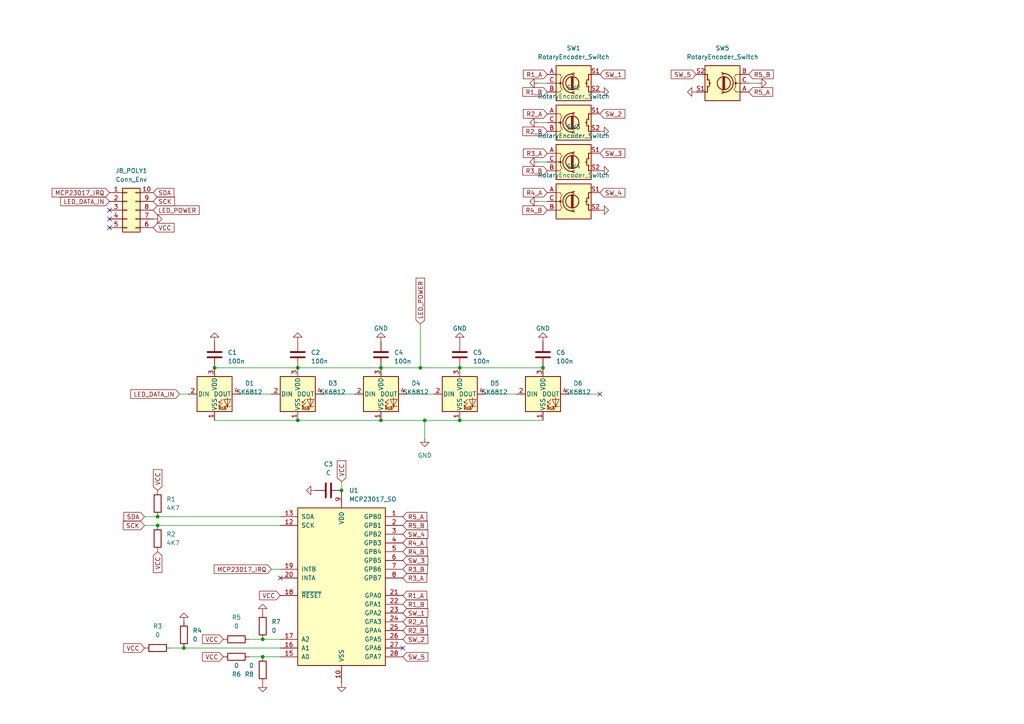
<source format=kicad_sch>
(kicad_sch (version 20230121) (generator eeschema)
  (paper "A4")
  (lib_symbols
    (symbol "Audio_chip:C" (pin_numbers hide) (pin_names (offset 0.254))
      (property "Reference" "C" (at 0.635 2.54 0))
      (property "Value" "C" (at 0.635 -2.54 0))
      (symbol "C_0_1"
        (polyline (pts (xy -2.032 -0.762) (xy 2.032 -0.762)) (stroke (width 0.508)))
        (polyline (pts (xy -2.032 0.762) (xy 2.032 0.762)) (stroke (width 0.508)))
      )
      (symbol "C_1_1"
        (pin passive line (at 0 3.81 270) (length 2.794) (name "~") (number "1"))
        (pin passive line (at 0 -3.81 90) (length 2.794) (name "~") (number "2"))
      )
    )
    (symbol "Connector_Generic:Conn_02x05_Counter_Clockwise" (pin_names (offset 1.016) hide)
      (property "Reference" "J" (at 1.27 7.62 0))
      (property "Value" "Conn_02x05_Counter_Clockwise" (at 1.27 -7.62 0))
      (symbol "Conn_02x05_Counter_Clockwise_1_1"
        (rectangle (start -1.27 -4.953) (end 0 -5.207) (stroke (width 0.1524)))
        (rectangle (start -1.27 -2.413) (end 0 -2.667) (stroke (width 0.1524)))
        (rectangle (start -1.27 0.127) (end 0 -0.127) (stroke (width 0.1524)))
        (rectangle (start -1.27 2.667) (end 0 2.413) (stroke (width 0.1524)))
        (rectangle (start -1.27 5.207) (end 0 4.953) (stroke (width 0.1524)))
        (rectangle (start -1.27 6.35) (end 3.81 -6.35) (stroke (width 0.254)) (fill (type background)))
        (rectangle (start 3.81 -4.953) (end 2.54 -5.207) (stroke (width 0.1524)))
        (rectangle (start 3.81 -2.413) (end 2.54 -2.667) (stroke (width 0.1524)))
        (rectangle (start 3.81 0.127) (end 2.54 -0.127) (stroke (width 0.1524)))
        (rectangle (start 3.81 2.667) (end 2.54 2.413) (stroke (width 0.1524)))
        (rectangle (start 3.81 5.207) (end 2.54 4.953) (stroke (width 0.1524)))
        (pin passive line (at -5.08 5.08 0) (length 3.81) (name "Pin_1") (number "1"))
        (pin passive line (at 7.62 5.08 180) (length 3.81) (name "Pin_10") (number "10"))
        (pin passive line (at -5.08 2.54 0) (length 3.81) (name "Pin_2") (number "2"))
        (pin passive line (at -5.08 0 0) (length 3.81) (name "Pin_3") (number "3"))
        (pin passive line (at -5.08 -2.54 0) (length 3.81) (name "Pin_4") (number "4"))
        (pin passive line (at -5.08 -5.08 0) (length 3.81) (name "Pin_5") (number "5"))
        (pin passive line (at 7.62 -5.08 180) (length 3.81) (name "Pin_6") (number "6"))
        (pin passive line (at 7.62 -2.54 180) (length 3.81) (name "Pin_7") (number "7"))
        (pin passive line (at 7.62 0 180) (length 3.81) (name "Pin_8") (number "8"))
        (pin passive line (at 7.62 2.54 180) (length 3.81) (name "Pin_9") (number "9"))
      )
    )
    (symbol "Device:C" (pin_numbers hide) (pin_names (offset 0.254))
      (property "Reference" "C" (at 0.635 2.54 0))
      (property "Value" "C" (at 0.635 -2.54 0))
      (symbol "C_0_1"
        (polyline (pts (xy -2.032 -0.762) (xy 2.032 -0.762)) (stroke (width 0.508)))
        (polyline (pts (xy -2.032 0.762) (xy 2.032 0.762)) (stroke (width 0.508)))
      )
      (symbol "C_1_1"
        (pin passive line (at 0 3.81 270) (length 2.794) (name "~") (number "1"))
        (pin passive line (at 0 -3.81 90) (length 2.794) (name "~") (number "2"))
      )
    )
    (symbol "Device:R" (pin_numbers hide) (pin_names (offset 0))
      (property "Reference" "R" (at 2.032 0 90))
      (property "Value" "R" (at 0 0 90))
      (symbol "R_0_1"
        (rectangle (start -1.016 -2.54) (end 1.016 2.54) (stroke (width 0.254)))
      )
      (symbol "R_1_1"
        (pin passive line (at 0 3.81 270) (length 1.27) (name "~") (number "1"))
        (pin passive line (at 0 -3.81 90) (length 1.27) (name "~") (number "2"))
      )
    )
    (symbol "Device:RotaryEncoder_Switch" (pin_names (offset 0.254) hide)
      (property "Reference" "SW" (at 0 6.604 0))
      (property "Value" "RotaryEncoder_Switch" (at 0 -6.604 0))
      (symbol "RotaryEncoder_Switch_0_1"
        (rectangle (start -5.08 5.08) (end 5.08 -5.08) (stroke (width 0.254)) (fill (type background)))
        (circle (center -3.81 0) (radius 0.254) (fill (type outline)))
        (circle (center -0.381 0) (radius 1.905) (stroke (width 0.254)))
        (arc (start -0.381 2.667) (mid -3.0988 -0.0635) (end -0.381 -2.794) (stroke (width 0.254)))
        (polyline (pts (xy -0.635 -1.778) (xy -0.635 1.778)) (stroke (width 0.254)))
        (polyline (pts (xy -0.381 -1.778) (xy -0.381 1.778)) (stroke (width 0.254)))
        (polyline (pts (xy -0.127 1.778) (xy -0.127 -1.778)) (stroke (width 0.254)))
        (polyline (pts (xy 3.81 0) (xy 3.429 0)) (stroke (width 0.254)))
        (polyline (pts (xy 3.81 1.016) (xy 3.81 -1.016)) (stroke (width 0.254)))
        (polyline (pts (xy -5.08 -2.54) (xy -3.81 -2.54) (xy -3.81 -2.032)))
        (polyline (pts (xy -5.08 2.54) (xy -3.81 2.54) (xy -3.81 2.032)))
        (polyline (pts (xy 0.254 -3.048) (xy -0.508 -2.794) (xy 0.127 -2.413)) (stroke (width 0.254)))
        (polyline (pts (xy 0.254 2.921) (xy -0.508 2.667) (xy 0.127 2.286)) (stroke (width 0.254)))
        (polyline (pts (xy 5.08 -2.54) (xy 4.318 -2.54) (xy 4.318 -1.016)) (stroke (width 0.254)))
        (polyline (pts (xy 5.08 2.54) (xy 4.318 2.54) (xy 4.318 1.016)) (stroke (width 0.254)))
        (polyline (pts (xy -5.08 0) (xy -3.81 0) (xy -3.81 -1.016) (xy -3.302 -2.032)))
        (polyline (pts (xy -4.318 0) (xy -3.81 0) (xy -3.81 1.016) (xy -3.302 2.032)))
        (circle (center 4.318 -1.016) (radius 0.127) (stroke (width 0.254)))
        (circle (center 4.318 1.016) (radius 0.127) (stroke (width 0.254)))
      )
      (symbol "RotaryEncoder_Switch_1_1"
        (pin passive line (at -7.62 2.54 0) (length 2.54) (name "A") (number "A"))
        (pin passive line (at -7.62 -2.54 0) (length 2.54) (name "B") (number "B"))
        (pin passive line (at -7.62 0 0) (length 2.54) (name "C") (number "C"))
        (pin passive line (at 7.62 2.54 180) (length 2.54) (name "S1") (number "S1"))
        (pin passive line (at 7.62 -2.54 180) (length 2.54) (name "S2") (number "S2"))
      )
    )
    (symbol "Interface_Expansion:MCP23017_SO" (pin_names (offset 1.016))
      (property "Reference" "U" (at -11.43 24.13 0))
      (property "Value" "MCP23017_SO" (at 0 0 0))
      (symbol "MCP23017_SO_0_1"
        (rectangle (start -12.7 22.86) (end 12.7 -22.86) (stroke (width 0.254)) (fill (type background)))
      )
      (symbol "MCP23017_SO_1_1"
        (pin bidirectional line (at 17.78 20.32 180) (length 5.08) (name "GPB0") (number "1"))
        (pin power_in line (at 0 -27.94 90) (length 5.08) (name "VSS") (number "10"))
        (pin no_connect line (at -12.7 15.24 0) (length 5.08) hide (name "NC") (number "11"))
        (pin input line (at -17.78 17.78 0) (length 5.08) (name "SCK") (number "12"))
        (pin bidirectional line (at -17.78 20.32 0) (length 5.08) (name "SDA") (number "13"))
        (pin no_connect line (at -12.7 12.7 0) (length 5.08) hide (name "NC") (number "14"))
        (pin input line (at -17.78 -20.32 0) (length 5.08) (name "A0") (number "15"))
        (pin input line (at -17.78 -17.78 0) (length 5.08) (name "A1") (number "16"))
        (pin input line (at -17.78 -15.24 0) (length 5.08) (name "A2") (number "17"))
        (pin input line (at -17.78 -2.54 0) (length 5.08) (name "~{RESET}") (number "18"))
        (pin tri_state line (at -17.78 5.08 0) (length 5.08) (name "INTB") (number "19"))
        (pin bidirectional line (at 17.78 17.78 180) (length 5.08) (name "GPB1") (number "2"))
        (pin tri_state line (at -17.78 2.54 0) (length 5.08) (name "INTA") (number "20"))
        (pin bidirectional line (at 17.78 -2.54 180) (length 5.08) (name "GPA0") (number "21"))
        (pin bidirectional line (at 17.78 -5.08 180) (length 5.08) (name "GPA1") (number "22"))
        (pin bidirectional line (at 17.78 -7.62 180) (length 5.08) (name "GPA2") (number "23"))
        (pin bidirectional line (at 17.78 -10.16 180) (length 5.08) (name "GPA3") (number "24"))
        (pin bidirectional line (at 17.78 -12.7 180) (length 5.08) (name "GPA4") (number "25"))
        (pin bidirectional line (at 17.78 -15.24 180) (length 5.08) (name "GPA5") (number "26"))
        (pin bidirectional line (at 17.78 -17.78 180) (length 5.08) (name "GPA6") (number "27"))
        (pin bidirectional line (at 17.78 -20.32 180) (length 5.08) (name "GPA7") (number "28"))
        (pin bidirectional line (at 17.78 15.24 180) (length 5.08) (name "GPB2") (number "3"))
        (pin bidirectional line (at 17.78 12.7 180) (length 5.08) (name "GPB3") (number "4"))
        (pin bidirectional line (at 17.78 10.16 180) (length 5.08) (name "GPB4") (number "5"))
        (pin bidirectional line (at 17.78 7.62 180) (length 5.08) (name "GPB5") (number "6"))
        (pin bidirectional line (at 17.78 5.08 180) (length 5.08) (name "GPB6") (number "7"))
        (pin bidirectional line (at 17.78 2.54 180) (length 5.08) (name "GPB7") (number "8"))
        (pin power_in line (at 0 27.94 270) (length 5.08) (name "VDD") (number "9"))
      )
    )
    (symbol "LED:SK6812" (pin_names (offset 0.254))
      (property "Reference" "D" (at 5.08 5.715 0))
      (property "Value" "SK6812" (at 1.27 -5.715 0))
      (symbol "SK6812_0_0"
        (text "RGB" (at 2.286 -4.191 0) (effects (font (size 0.762 0.762))))
      )
      (symbol "SK6812_0_1"
        (polyline (pts (xy 1.27 -3.556) (xy 1.778 -3.556)))
        (polyline (pts (xy 1.27 -2.54) (xy 1.778 -2.54)))
        (polyline (pts (xy 4.699 -3.556) (xy 2.667 -3.556)))
        (polyline (pts (xy 2.286 -2.54) (xy 1.27 -3.556) (xy 1.27 -3.048)))
        (polyline (pts (xy 2.286 -1.524) (xy 1.27 -2.54) (xy 1.27 -2.032)))
        (polyline (pts (xy 3.683 -1.016) (xy 3.683 -3.556) (xy 3.683 -4.064)))
        (polyline (pts (xy 4.699 -1.524) (xy 2.667 -1.524) (xy 3.683 -3.556) (xy 4.699 -1.524)))
        (rectangle (start 5.08 5.08) (end -5.08 -5.08) (stroke (width 0.254)) (fill (type background)))
      )
      (symbol "SK6812_1_1"
        (pin power_in line (at 0 -7.62 90) (length 2.54) (name "VSS") (number "1"))
        (pin input line (at -7.62 0 0) (length 2.54) (name "DIN") (number "2"))
        (pin power_in line (at 0 7.62 270) (length 2.54) (name "VDD") (number "3"))
        (pin output line (at 7.62 0 180) (length 2.54) (name "DOUT") (number "4"))
      )
    )
    (symbol "power:GND" (power) (pin_names (offset 0))
      (property "Value" "GND" (at 0 -3.81 0))
      (symbol "GND_0_1"
        (polyline (pts (xy 0 0) (xy 0 -1.27) (xy 1.27 -1.27) (xy 0 -2.54) (xy -1.27 -1.27) (xy 0 -1.27)))
      )
      (symbol "GND_1_1"
        (pin power_in line (at 0 0 270) (length 0) hide (name "GND") (number "1"))
      )
    )
  )
  (junction (at 76.2 190.5))
  (junction (at 121.92 106.68))
  (junction (at 157.48 106.68))
  (junction (at 86.36 106.68))
  (junction (at 99.06 142.24))
  (junction (at 62.23 106.68))
  (junction (at 86.36 121.92))
  (junction (at 45.72 149.86))
  (junction (at 133.35 106.68))
  (junction (at 133.35 121.92))
  (junction (at 53.34 187.96))
  (junction (at 45.72 152.4))
  (junction (at 110.49 106.68))
  (junction (at 76.2 185.42))
  (junction (at 110.49 121.92))
  (junction (at 123.19 121.92))
  (no_connect (at 31.75 66.04))
  (no_connect (at 173.99 114.3))
  (no_connect (at 81.28 167.64))
  (no_connect (at 31.75 63.5))
  (no_connect (at 116.84 187.96))
  (no_connect (at 31.75 60.96))
  (wire (pts (xy 45.72 149.86) (xy 81.28 149.86)))
  (wire (pts (xy 156.21 24.13) (xy 158.75 24.13)))
  (wire (pts (xy 156.21 35.56) (xy 158.75 35.56)))
  (wire (pts (xy 99.06 139.7) (xy 99.06 142.24)))
  (wire (pts (xy 49.53 187.96) (xy 53.34 187.96)))
  (wire (pts (xy 62.23 106.68) (xy 86.36 106.68)))
  (wire (pts (xy 140.97 114.3) (xy 149.86 114.3)))
  (wire (pts (xy 121.92 106.68) (xy 133.35 106.68)))
  (wire (pts (xy 72.39 190.5) (xy 76.2 190.5)))
  (wire (pts (xy 86.36 106.68) (xy 110.49 106.68)))
  (wire (pts (xy 86.36 121.92) (xy 110.49 121.92)))
  (wire (pts (xy 41.91 152.4) (xy 45.72 152.4)))
  (wire (pts (xy 110.49 106.68) (xy 121.92 106.68)))
  (wire (pts (xy 121.92 93.98) (xy 121.92 106.68)))
  (wire (pts (xy 76.2 190.5) (xy 81.28 190.5)))
  (wire (pts (xy 118.11 114.3) (xy 125.73 114.3)))
  (wire (pts (xy 53.34 187.96) (xy 81.28 187.96)))
  (wire (pts (xy 41.91 149.86) (xy 45.72 149.86)))
  (wire (pts (xy 165.1 114.3) (xy 173.99 114.3)))
  (wire (pts (xy 219.71 24.13) (xy 217.17 24.13)))
  (wire (pts (xy 123.19 121.92) (xy 123.19 127)))
  (wire (pts (xy 133.35 121.92) (xy 157.48 121.92)))
  (wire (pts (xy 72.39 185.42) (xy 76.2 185.42)))
  (wire (pts (xy 52.07 114.3) (xy 54.61 114.3)))
  (wire (pts (xy 45.72 152.4) (xy 81.28 152.4)))
  (wire (pts (xy 123.19 121.92) (xy 133.35 121.92)))
  (wire (pts (xy 133.35 106.68) (xy 157.48 106.68)))
  (wire (pts (xy 156.21 58.42) (xy 158.75 58.42)))
  (wire (pts (xy 93.98 114.3) (xy 102.87 114.3)))
  (wire (pts (xy 69.85 114.3) (xy 78.74 114.3)))
  (wire (pts (xy 78.74 165.1) (xy 81.28 165.1)))
  (wire (pts (xy 156.21 46.99) (xy 158.75 46.99)))
  (wire (pts (xy 110.49 121.92) (xy 123.19 121.92)))
  (wire (pts (xy 76.2 185.42) (xy 81.28 185.42)))
  (wire (pts (xy 62.23 121.92) (xy 86.36 121.92)))
  (global_label "R3_B" (shape input) (at 158.75 49.53 180) (property "Intersheetrefs" "${INTERSHEET_REFS}" (effects hide)))
  (global_label "SW_4" (shape input) (at 116.84 154.94 0) (property "Intersheetrefs" "${INTERSHEET_REFS}" (effects hide)))
  (global_label "R1_A" (shape input) (at 116.84 172.72 0) (property "Intersheetrefs" "${INTERSHEET_REFS}" (effects hide)))
  (global_label "SW_3" (shape input) (at 173.99 44.45 0) (property "Intersheetrefs" "${INTERSHEET_REFS}" (effects hide)))
  (global_label "R4_B" (shape input) (at 158.75 60.96 180) (property "Intersheetrefs" "${INTERSHEET_REFS}" (effects hide)))
  (global_label "VCC" (shape input) (at 44.45 66.04 0) (property "Intersheetrefs" "${INTERSHEET_REFS}" (effects hide)))
  (global_label "VCC" (shape input) (at 81.28 172.72 180) (property "Intersheetrefs" "${INTERSHEET_REFS}" (effects hide)))
  (global_label "SW_1" (shape input) (at 116.84 177.8 0) (property "Intersheetrefs" "${INTERSHEET_REFS}" (effects hide)))
  (global_label "R5_A" (shape input) (at 217.17 26.67 0) (property "Intersheetrefs" "${INTERSHEET_REFS}" (effects hide)))
  (global_label "R3_A" (shape input) (at 158.75 44.45 180) (property "Intersheetrefs" "${INTERSHEET_REFS}" (effects hide)))
  (global_label "MCP23017_IRQ" (shape input) (at 31.75 55.88 180) (property "Intersheetrefs" "${INTERSHEET_REFS}" (effects hide)))
  (global_label "VCC" (shape input) (at 41.91 187.96 180) (property "Intersheetrefs" "${INTERSHEET_REFS}" (effects hide)))
  (global_label "SW_1" (shape input) (at 173.99 21.59 0) (property "Intersheetrefs" "${INTERSHEET_REFS}" (effects hide)))
  (global_label "R4_A" (shape input) (at 158.75 55.88 180) (property "Intersheetrefs" "${INTERSHEET_REFS}" (effects hide)))
  (global_label "R2_A" (shape input) (at 158.75 33.02 180) (property "Intersheetrefs" "${INTERSHEET_REFS}" (effects hide)))
  (global_label "R1_A" (shape input) (at 158.75 21.59 180) (property "Intersheetrefs" "${INTERSHEET_REFS}" (effects hide)))
  (global_label "SDA" (shape input) (at 44.45 55.88 0) (property "Intersheetrefs" "${INTERSHEET_REFS}" (effects hide)))
  (global_label "R5_A" (shape input) (at 116.84 149.86 0) (property "Intersheetrefs" "${INTERSHEET_REFS}" (effects hide)))
  (global_label "R2_A" (shape input) (at 116.84 180.34 0) (property "Intersheetrefs" "${INTERSHEET_REFS}" (effects hide)))
  (global_label "SDA" (shape input) (at 41.91 149.86 180) (property "Intersheetrefs" "${INTERSHEET_REFS}" (effects hide)))
  (global_label "LED_POWER" (shape input) (at 121.92 93.98 90) (property "Intersheetrefs" "${INTERSHEET_REFS}" (effects hide)))
  (global_label "VCC" (shape input) (at 99.06 139.7 90) (property "Intersheetrefs" "${INTERSHEET_REFS}" (effects hide)))
  (global_label "SW_5" (shape input) (at 116.84 190.5 0) (property "Intersheetrefs" "${INTERSHEET_REFS}" (effects hide)))
  (global_label "R1_B" (shape input) (at 158.75 26.67 180) (property "Intersheetrefs" "${INTERSHEET_REFS}" (effects hide)))
  (global_label "SCK" (shape input) (at 41.91 152.4 180) (property "Intersheetrefs" "${INTERSHEET_REFS}" (effects hide)))
  (global_label "MCP23017_IRQ" (shape input) (at 78.74 165.1 180) (property "Intersheetrefs" "${INTERSHEET_REFS}" (effects hide)))
  (global_label "R2_B" (shape input) (at 116.84 182.88 0) (property "Intersheetrefs" "${INTERSHEET_REFS}" (effects hide)))
  (global_label "LED_POWER" (shape input) (at 44.45 60.96 0) (property "Intersheetrefs" "${INTERSHEET_REFS}" (effects hide)))
  (global_label "SW_2" (shape input) (at 116.84 185.42 0) (property "Intersheetrefs" "${INTERSHEET_REFS}" (effects hide)))
  (global_label "SW_5" (shape input) (at 201.93 21.59 180) (property "Intersheetrefs" "${INTERSHEET_REFS}" (effects hide)))
  (global_label "R5_B" (shape input) (at 217.17 21.59 0) (property "Intersheetrefs" "${INTERSHEET_REFS}" (effects hide)))
  (global_label "R1_B" (shape input) (at 116.84 175.26 0) (property "Intersheetrefs" "${INTERSHEET_REFS}" (effects hide)))
  (global_label "SW_4" (shape input) (at 173.99 55.88 0) (property "Intersheetrefs" "${INTERSHEET_REFS}" (effects hide)))
  (global_label "VCC" (shape input) (at 64.77 185.42 180) (property "Intersheetrefs" "${INTERSHEET_REFS}" (effects hide)))
  (global_label "R4_B" (shape input) (at 116.84 160.02 0) (property "Intersheetrefs" "${INTERSHEET_REFS}" (effects hide)))
  (global_label "R2_B" (shape input) (at 158.75 38.1 180) (property "Intersheetrefs" "${INTERSHEET_REFS}" (effects hide)))
  (global_label "LED_DATA_IN" (shape input) (at 52.07 114.3 180) (property "Intersheetrefs" "${INTERSHEET_REFS}" (effects hide)))
  (global_label "R3_A" (shape input) (at 116.84 167.64 0) (property "Intersheetrefs" "${INTERSHEET_REFS}" (effects hide)))
  (global_label "SW_3" (shape input) (at 116.84 162.56 0) (property "Intersheetrefs" "${INTERSHEET_REFS}" (effects hide)))
  (global_label "VCC" (shape input) (at 45.72 160.02 270) (property "Intersheetrefs" "${INTERSHEET_REFS}" (effects hide)))
  (global_label "R5_B" (shape input) (at 116.84 152.4 0) (property "Intersheetrefs" "${INTERSHEET_REFS}" (effects hide)))
  (global_label "R4_A" (shape input) (at 116.84 157.48 0) (property "Intersheetrefs" "${INTERSHEET_REFS}" (effects hide)))
  (global_label "SW_2" (shape input) (at 173.99 33.02 0) (property "Intersheetrefs" "${INTERSHEET_REFS}" (effects hide)))
  (global_label "SCK" (shape input) (at 44.45 58.42 0) (property "Intersheetrefs" "${INTERSHEET_REFS}" (effects hide)))
  (global_label "VCC" (shape input) (at 64.77 190.5 180) (property "Intersheetrefs" "${INTERSHEET_REFS}" (effects hide)))
  (global_label "LED_DATA_IN" (shape input) (at 31.75 58.42 180) (property "Intersheetrefs" "${INTERSHEET_REFS}" (effects hide)))
  (global_label "VCC" (shape input) (at 45.72 142.24 90) (property "Intersheetrefs" "${INTERSHEET_REFS}" (effects hide)))
  (global_label "R3_B" (shape input) (at 116.84 165.1 0) (property "Intersheetrefs" "${INTERSHEET_REFS}" (effects hide)))
  (symbol (lib_id "power:GND") (at 44.45 63.5 90) (unit 1)
    (property "Reference" "#PWR03" (effects hide))
    (property "Value" "GND" (effects hide))
  )
  (symbol (lib_id "Device:R") (at 68.58 185.42 90) (unit 1)
    (property "Reference" "R5" (at 68.58 179.07 90))
    (property "Value" "0" (at 68.58 181.61 90))
    (property "Footprint" "Resistor_SMD:R_1206_3216Metric_Pad1.30x1.75mm_HandSolder" (effects hide))
  )
  (symbol (lib_id "Device:R") (at 76.2 194.31 0) (unit 1)
    (property "Reference" "R8" (at 73.66 195.58 0) (effects (justify right)))
    (property "Value" "0" (at 73.66 193.04 0) (effects (justify right)))
    (property "Footprint" "Resistor_SMD:R_1206_3216Metric_Pad1.30x1.75mm_HandSolder" (effects hide))
  )
  (symbol (lib_id "LED:SK6812") (at 133.35 114.3 0) (unit 1)
    (property "Reference" "D5" (at 143.51 111.1759 0))
    (property "Value" "SK6812" (at 143.51 113.7159 0))
    (property "Footprint" "LED_SMD:LED_SK6812_PLCC4_5.0x5.0mm_P3.2mm" (effects hide))
    (property "Datasheet" "https://cdn-shop.adafruit.com/product-files/1138/SK6812+LED+datasheet+.pdf" (effects hide))
  )
  (symbol (lib_id "Device:RotaryEncoder_Switch") (at 166.37 35.56 0) (unit 1)
    (property "Reference" "SW2" (at 166.37 25.4 0))
    (property "Value" "RotaryEncoder_Switch" (at 166.37 27.94 0))
    (property "Footprint" "Rotary_Encoder:RotaryEncoder_Alps_EC11E-Switch_Vertical_H20mm" (effects hide))
  )
  (symbol (lib_id "power:GND") (at 99.06 198.12 0) (unit 1)
    (property "Reference" "#PWR09" (effects hide))
    (property "Value" "GND" (effects hide))
  )
  (symbol (lib_id "power:GND") (at 219.71 24.13 90) (unit 1)
    (property "Reference" "#PWR022" (effects hide))
    (property "Value" "GND" (effects hide))
  )
  (symbol (lib_id "power:GND") (at 123.19 127 0) (unit 1)
    (property "Reference" "#PWR011" (effects hide))
    (property "Value" "GND" (at 123.19 132.08 0))
  )
  (symbol (lib_id "LED:SK6812") (at 86.36 114.3 0) (unit 1)
    (property "Reference" "D3" (at 96.52 111.1759 0))
    (property "Value" "SK6812" (at 96.52 113.7159 0))
    (property "Footprint" "LED_SMD:LED_SK6812_PLCC4_5.0x5.0mm_P3.2mm" (effects hide))
    (property "Datasheet" "https://cdn-shop.adafruit.com/product-files/1138/SK6812+LED+datasheet+.pdf" (effects hide))
  )
  (symbol (lib_id "Audio_chip:C") (at 86.36 102.87 0) (unit 1)
    (property "Reference" "C2" (at 90.17 102.235 0) (effects (justify left)))
    (property "Value" "100n" (at 90.17 104.775 0) (effects (justify left)))
    (property "Footprint" "Capacitor_SMD:C_1206_3216Metric_Pad1.33x1.80mm_HandSolder" (effects hide))
  )
  (symbol (lib_id "LED:SK6812") (at 62.23 114.3 0) (unit 1)
    (property "Reference" "D1" (at 72.39 111.1759 0))
    (property "Value" "SK6812" (at 72.39 113.7159 0))
    (property "Footprint" "LED_SMD:LED_SK6812_PLCC4_5.0x5.0mm_P3.2mm" (effects hide))
    (property "Datasheet" "https://cdn-shop.adafruit.com/product-files/1138/SK6812+LED+datasheet+.pdf" (effects hide))
  )
  (symbol (lib_id "Device:RotaryEncoder_Switch") (at 166.37 24.13 0) (unit 1)
    (property "Reference" "SW1" (at 166.37 13.97 0))
    (property "Value" "RotaryEncoder_Switch" (at 166.37 16.51 0))
    (property "Footprint" "Rotary_Encoder:RotaryEncoder_Alps_EC11E-Switch_Vertical_H20mm" (effects hide))
  )
  (symbol (lib_id "LED:SK6812") (at 110.49 114.3 0) (unit 1)
    (property "Reference" "D4" (at 120.65 111.1759 0))
    (property "Value" "SK6812" (at 120.65 113.7159 0))
    (property "Footprint" "LED_SMD:LED_SK6812_PLCC4_5.0x5.0mm_P3.2mm" (effects hide))
    (property "Datasheet" "https://cdn-shop.adafruit.com/product-files/1138/SK6812+LED+datasheet+.pdf" (effects hide))
  )
  (symbol (lib_id "Device:RotaryEncoder_Switch") (at 166.37 46.99 0) (unit 1)
    (property "Reference" "SW3" (at 166.37 36.83 0))
    (property "Value" "RotaryEncoder_Switch" (at 166.37 39.37 0))
    (property "Footprint" "Rotary_Encoder:RotaryEncoder_Alps_EC11E-Switch_Vertical_H20mm" (effects hide))
  )
  (symbol (lib_id "Device:R") (at 45.72 156.21 0) (unit 1)
    (property "Reference" "R2" (at 48.26 154.94 0) (effects (justify left)))
    (property "Value" "4K7" (at 48.26 157.48 0) (effects (justify left)))
    (property "Footprint" "Resistor_SMD:R_1206_3216Metric_Pad1.30x1.75mm_HandSolder" (effects hide))
  )
  (symbol (lib_id "Device:R") (at 45.72 146.05 0) (unit 1)
    (property "Reference" "R1" (at 48.26 144.78 0) (effects (justify left)))
    (property "Value" "4K7" (at 48.26 147.32 0) (effects (justify left)))
    (property "Footprint" "Resistor_SMD:R_1206_3216Metric_Pad1.30x1.75mm_HandSolder" (effects hide))
  )
  (symbol (lib_id "power:GND") (at 76.2 198.12 0) (unit 1)
    (property "Reference" "#PWR06" (effects hide))
    (property "Value" "GND" (effects hide))
  )
  (symbol (lib_id "power:GND") (at 173.99 26.67 90) (unit 1)
    (property "Reference" "#PWR023" (effects hide))
    (property "Value" "GND" (effects hide))
  )
  (symbol (lib_id "power:GND") (at 156.21 58.42 270) (unit 1)
    (property "Reference" "#PWR016" (effects hide))
    (property "Value" "GND" (effects hide))
  )
  (symbol (lib_id "LED:SK6812") (at 157.48 114.3 0) (unit 1)
    (property "Reference" "D6" (at 167.64 111.1759 0))
    (property "Value" "SK6812" (at 167.64 113.7159 0))
    (property "Footprint" "LED_SMD:LED_SK6812_PLCC4_5.0x5.0mm_P3.2mm" (effects hide))
    (property "Datasheet" "https://cdn-shop.adafruit.com/product-files/1138/SK6812+LED+datasheet+.pdf" (effects hide))
  )
  (symbol (lib_id "power:GND") (at 156.21 35.56 270) (unit 1)
    (property "Reference" "#PWR014" (effects hide))
    (property "Value" "GND" (effects hide))
  )
  (symbol (lib_id "Device:R") (at 53.34 184.15 180) (unit 1)
    (property "Reference" "R4" (at 55.88 182.88 0) (effects (justify right)))
    (property "Value" "0" (at 55.88 185.42 0) (effects (justify right)))
    (property "Footprint" "Resistor_SMD:R_1206_3216Metric_Pad1.30x1.75mm_HandSolder" (effects hide))
  )
  (symbol (lib_id "power:GND") (at 86.36 99.06 180) (unit 1)
    (property "Reference" "#PWR07" (effects hide))
    (property "Value" "GND" (effects hide))
  )
  (symbol (lib_id "Device:C") (at 95.25 142.24 90) (unit 1)
    (property "Reference" "C3" (at 95.25 134.62 90))
    (property "Value" "C" (at 95.25 137.16 90))
    (property "Footprint" "Capacitor_SMD:C_1206_3216Metric_Pad1.33x1.80mm_HandSolder" (effects hide))
  )
  (symbol (lib_id "Audio_chip:C") (at 157.48 102.87 0) (unit 1)
    (property "Reference" "C6" (at 161.29 102.235 0) (effects (justify left)))
    (property "Value" "100n" (at 161.29 104.775 0) (effects (justify left)))
    (property "Footprint" "Capacitor_SMD:C_1206_3216Metric_Pad1.33x1.80mm_HandSolder" (effects hide))
  )
  (symbol (lib_id "power:GND") (at 201.93 26.67 270) (unit 1)
    (property "Reference" "#PWR028" (effects hide))
    (property "Value" "GND" (effects hide))
  )
  (symbol (lib_id "Audio_chip:C") (at 110.49 102.87 0) (unit 1)
    (property "Reference" "C4" (at 114.3 102.235 0) (effects (justify left)))
    (property "Value" "100n" (at 114.3 104.775 0) (effects (justify left)))
    (property "Footprint" "Capacitor_SMD:C_1206_3216Metric_Pad1.33x1.80mm_HandSolder" (effects hide))
  )
  (symbol (lib_id "power:GND") (at 156.21 24.13 270) (unit 1)
    (property "Reference" "#PWR013" (effects hide))
    (property "Value" "GND" (effects hide))
  )
  (symbol (lib_id "Device:R") (at 76.2 181.61 180) (unit 1)
    (property "Reference" "R7" (at 78.74 180.34 0) (effects (justify right)))
    (property "Value" "0" (at 78.74 182.88 0) (effects (justify right)))
    (property "Footprint" "Resistor_SMD:R_1206_3216Metric_Pad1.30x1.75mm_HandSolder" (effects hide))
  )
  (symbol (lib_id "power:GND") (at 76.2 177.8 180) (unit 1)
    (property "Reference" "#PWR05" (effects hide))
    (property "Value" "GND" (effects hide))
  )
  (symbol (lib_id "power:GND") (at 133.35 99.06 180) (unit 1)
    (property "Reference" "#PWR012" (effects hide))
    (property "Value" "GND" (at 133.35 95.25 0))
  )
  (symbol (lib_id "Audio_chip:C") (at 133.35 102.87 0) (unit 1)
    (property "Reference" "C5" (at 137.16 102.235 0) (effects (justify left)))
    (property "Value" "100n" (at 137.16 104.775 0) (effects (justify left)))
    (property "Footprint" "Capacitor_SMD:C_1206_3216Metric_Pad1.33x1.80mm_HandSolder" (effects hide))
  )
  (symbol (lib_id "power:GND") (at 157.48 99.06 180) (unit 1)
    (property "Reference" "#PWR017" (effects hide))
    (property "Value" "GND" (at 157.48 95.25 0))
  )
  (symbol (lib_id "Device:RotaryEncoder_Switch") (at 166.37 58.42 0) (unit 1)
    (property "Reference" "SW4" (at 166.37 48.26 0))
    (property "Value" "RotaryEncoder_Switch" (at 166.37 50.8 0))
    (property "Footprint" "Rotary_Encoder:RotaryEncoder_Alps_EC11E-Switch_Vertical_H20mm" (effects hide))
  )
  (symbol (lib_id "Device:R") (at 45.72 187.96 90) (unit 1)
    (property "Reference" "R3" (at 45.72 181.61 90))
    (property "Value" "0" (at 45.72 184.15 90))
    (property "Footprint" "Resistor_SMD:R_1206_3216Metric_Pad1.30x1.75mm_HandSolder" (effects hide))
  )
  (symbol (lib_id "Device:R") (at 68.58 190.5 90) (unit 1)
    (property "Reference" "R6" (at 68.58 195.58 90))
    (property "Value" "0" (at 68.58 193.04 90))
    (property "Footprint" "Resistor_SMD:R_1206_3216Metric_Pad1.30x1.75mm_HandSolder" (effects hide))
  )
  (symbol (lib_id "power:GND") (at 173.99 60.96 90) (unit 1)
    (property "Reference" "#PWR027" (effects hide))
    (property "Value" "GND" (effects hide))
  )
  (symbol (lib_id "power:GND") (at 62.23 99.06 180) (unit 1)
    (property "Reference" "#PWR04" (effects hide))
    (property "Value" "GND" (effects hide))
  )
  (symbol (lib_id "Device:RotaryEncoder_Switch") (at 209.55 24.13 180) (unit 1)
    (property "Reference" "SW5" (at 209.55 13.97 0))
    (property "Value" "RotaryEncoder_Switch" (at 209.55 16.51 0))
    (property "Footprint" "Rotary_Encoder:RotaryEncoder_Alps_EC11E-Switch_Vertical_H20mm" (effects hide))
  )
  (symbol (lib_id "power:GND") (at 156.21 46.99 270) (unit 1)
    (property "Reference" "#PWR015" (effects hide))
    (property "Value" "GND" (effects hide))
  )
  (symbol (lib_id "Audio_chip:C") (at 62.23 102.87 0) (unit 1)
    (property "Reference" "C1" (at 66.04 102.235 0) (effects (justify left)))
    (property "Value" "100n" (at 66.04 104.775 0) (effects (justify left)))
    (property "Footprint" "Capacitor_SMD:C_1206_3216Metric_Pad1.33x1.80mm_HandSolder" (effects hide))
  )
  (symbol (lib_id "power:GND") (at 91.44 142.24 270) (unit 1)
    (property "Reference" "#PWR08" (effects hide))
    (property "Value" "GND" (effects hide))
  )
  (symbol (lib_id "power:GND") (at 173.99 38.1 90) (unit 1)
    (property "Reference" "#PWR024" (effects hide))
    (property "Value" "GND" (effects hide))
  )
  (symbol (lib_id "Interface_Expansion:MCP23017_SO") (at 99.06 170.18 0) (unit 1)
    (property "Reference" "U1" (at 101.2541 142.24 0) (effects (justify left)))
    (property "Value" "MCP23017_SO" (at 101.2541 144.78 0) (effects (justify left)))
    (property "Footprint" "Package_SO:SOIC-28W_7.5x17.9mm_P1.27mm" (effects hide))
    (property "Datasheet" "http://ww1.microchip.com/downloads/en/DeviceDoc/20001952C.pdf" (effects hide))
  )
  (symbol (lib_id "power:GND") (at 53.34 180.34 180) (unit 1)
    (property "Reference" "#PWR01" (effects hide))
    (property "Value" "GND" (effects hide))
  )
  (symbol (lib_id "Connector_Generic:Conn_02x05_Counter_Clockwise") (at 36.83 60.96 0) (unit 1)
    (property "Reference" "J8_POLY1" (at 38.1 49.53 0))
    (property "Value" "Conn_Env" (at 38.1 52.07 0))
    (property "Footprint" "Connector_PinHeader_2.54mm:PinHeader_2x05_P2.54mm_Vertical" (effects hide))
  )
  (symbol (lib_id "power:GND") (at 110.49 99.06 180) (unit 1)
    (property "Reference" "#PWR010" (effects hide))
    (property "Value" "GND" (at 110.49 95.25 0))
  )
  (symbol (lib_id "power:GND") (at 173.99 49.53 90) (unit 1)
    (property "Reference" "#PWR025" (effects hide))
    (property "Value" "GND" (effects hide))
  )
)
</source>
